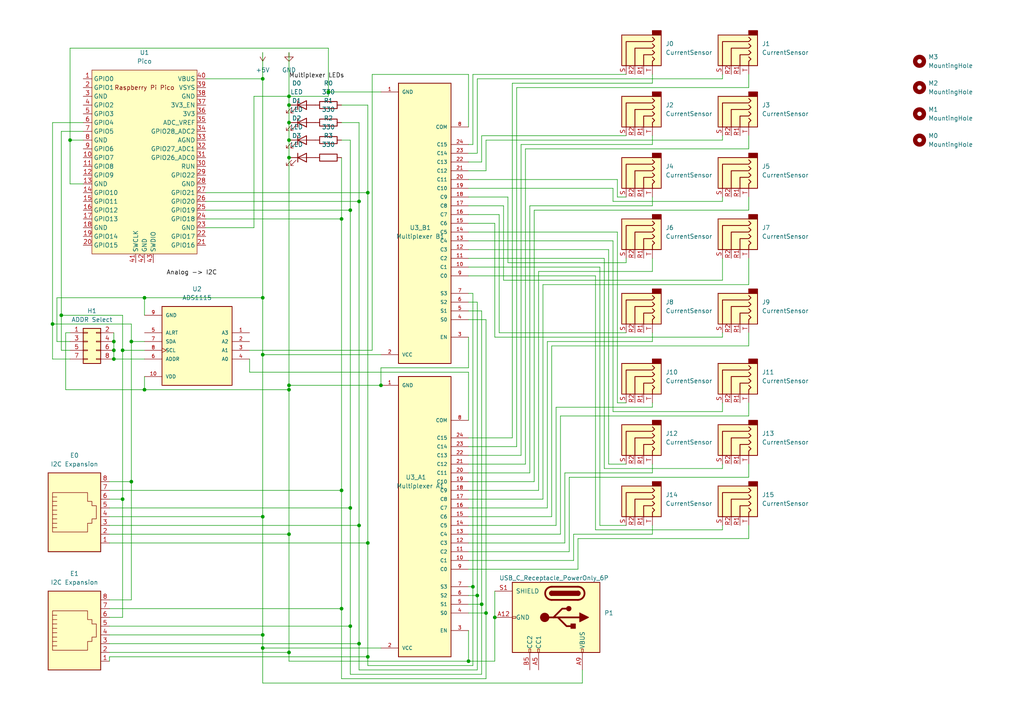
<source format=kicad_sch>
(kicad_sch (version 20211123) (generator eeschema)
  (paper "A4")
  (lib_symbols
    (symbol "1085_ADAFRUIT_ADS1115:1085" (pin_names (offset 1.016))
      (property "Reference" "U" (at -10.16 10.795 0))
      (property "Value" "1085" (at -10.16 -15.24 0))
      (symbol "1085_0_0"
        (rectangle (start -10.16 -12.7) (end 10.16 10.16) (stroke (width 0.254)) (fill (type background)))
        (pin input line (at -15.24 -5.08 0) (length 5.08) (name "A3") (number "1"))
        (pin power_in line (at 15.24 7.62 180) (length 5.08) (name "VDD") (number "10"))
        (pin input line (at -15.24 -2.54 0) (length 5.08) (name "A2") (number "2"))
        (pin input line (at -15.24 0 0) (length 5.08) (name "A1") (number "3"))
        (pin input line (at -15.24 2.54 0) (length 5.08) (name "A0") (number "4"))
        (pin output line (at 15.24 -5.08 180) (length 5.08) (name "ALRT") (number "5"))
        (pin input line (at 15.24 2.54 180) (length 5.08) (name "ADDR") (number "6"))
        (pin bidirectional line (at 15.24 -2.54 180) (length 5.08) (name "SDA") (number "7"))
        (pin input clock (at 15.24 0 180) (length 5.08) (name "SCL") (number "8"))
        (pin power_in line (at 15.24 -10.16 180) (length 5.08) (name "GND") (number "9"))
      )
    )
    (symbol "BOB-09056:BOB-09056" (pin_names (offset 1.016))
      (property "Reference" "TB" (at -7.62 40.64 0))
      (property "Value" "BOB-09056" (at -7.62 -43.18 0))
      (symbol "BOB-09056_0_0"
        (rectangle (start -7.62 -40.64) (end 7.62 40.64) (stroke (width 0.254)) (fill (type background)))
        (pin power_in line (at 12.7 -38.1 180) (length 5.08) (name "GND") (number "1"))
        (pin input line (at -12.7 12.7 0) (length 5.08) (name "C1") (number "10"))
        (pin input line (at -12.7 10.16 0) (length 5.08) (name "C2") (number "11"))
        (pin input line (at -12.7 7.62 0) (length 5.08) (name "C3") (number "12"))
        (pin input line (at -12.7 5.08 0) (length 5.08) (name "C4") (number "13"))
        (pin input line (at -12.7 2.54 0) (length 5.08) (name "C5") (number "14"))
        (pin input line (at -12.7 0 0) (length 5.08) (name "C6") (number "15"))
        (pin input line (at -12.7 -2.54 0) (length 5.08) (name "C7") (number "16"))
        (pin input line (at -12.7 -5.08 0) (length 5.08) (name "C8") (number "17"))
        (pin input line (at -12.7 -7.62 0) (length 5.08) (name "C9") (number "18"))
        (pin input line (at -12.7 -10.16 0) (length 5.08) (name "C10") (number "19"))
        (pin power_in line (at 12.7 38.1 180) (length 5.08) (name "VCC") (number "2"))
        (pin input line (at -12.7 -12.7 0) (length 5.08) (name "C11") (number "20"))
        (pin input line (at -12.7 -15.24 0) (length 5.08) (name "C12") (number "21"))
        (pin input line (at -12.7 -17.78 0) (length 5.08) (name "C13") (number "22"))
        (pin input line (at -12.7 -20.32 0) (length 5.08) (name "C14") (number "23"))
        (pin input line (at -12.7 -22.86 0) (length 5.08) (name "C15") (number "24"))
        (pin input line (at -12.7 33.02 0) (length 5.08) (name "EN") (number "3"))
        (pin input line (at -12.7 27.94 0) (length 5.08) (name "S0") (number "4"))
        (pin input line (at -12.7 25.4 0) (length 5.08) (name "S1") (number "5"))
        (pin input line (at -12.7 22.86 0) (length 5.08) (name "S2") (number "6"))
        (pin input line (at -12.7 20.32 0) (length 5.08) (name "S3") (number "7"))
        (pin bidirectional line (at -12.7 -27.94 0) (length 5.08) (name "COM") (number "8"))
        (pin input line (at -12.7 15.24 0) (length 5.08) (name "C0") (number "9"))
      )
    )
    (symbol "Connector:8P8C" (pin_names (offset 1.016))
      (property "Reference" "J" (at -5.08 13.97 0))
      (property "Value" "8P8C" (at 2.54 13.97 0))
      (symbol "8P8C_0_1"
        (polyline (pts (xy -5.08 4.445) (xy -6.35 4.445)))
        (polyline (pts (xy -5.08 5.715) (xy -6.35 5.715)))
        (polyline (pts (xy -6.35 -3.175) (xy -5.08 -3.175) (xy -5.08 -3.175)))
        (polyline (pts (xy -6.35 -1.905) (xy -5.08 -1.905) (xy -5.08 -1.905)))
        (polyline (pts (xy -6.35 -0.635) (xy -5.08 -0.635) (xy -5.08 -0.635)))
        (polyline (pts (xy -6.35 0.635) (xy -5.08 0.635) (xy -5.08 0.635)))
        (polyline (pts (xy -6.35 1.905) (xy -5.08 1.905) (xy -5.08 1.905)))
        (polyline (pts (xy -5.08 3.175) (xy -6.35 3.175) (xy -6.35 3.175)))
        (polyline (pts (xy -6.35 -4.445) (xy -6.35 6.985) (xy 3.81 6.985) (xy 3.81 4.445) (xy 5.08 4.445) (xy 5.08 3.175) (xy 6.35 3.175) (xy 6.35 -0.635) (xy 5.08 -0.635) (xy 5.08 -1.905) (xy 3.81 -1.905) (xy 3.81 -4.445) (xy -6.35 -4.445) (xy -6.35 -4.445)))
        (rectangle (start 7.62 12.7) (end -7.62 -10.16) (stroke (width 0.254)) (fill (type background)))
      )
      (symbol "8P8C_1_1"
        (pin passive line (at 10.16 -7.62 180) (length 2.54) (name "~") (number "1"))
        (pin passive line (at 10.16 -5.08 180) (length 2.54) (name "~") (number "2"))
        (pin passive line (at 10.16 -2.54 180) (length 2.54) (name "~") (number "3"))
        (pin passive line (at 10.16 0 180) (length 2.54) (name "~") (number "4"))
        (pin passive line (at 10.16 2.54 180) (length 2.54) (name "~") (number "5"))
        (pin passive line (at 10.16 5.08 180) (length 2.54) (name "~") (number "6"))
        (pin passive line (at 10.16 7.62 180) (length 2.54) (name "~") (number "7"))
        (pin passive line (at 10.16 10.16 180) (length 2.54) (name "~") (number "8"))
      )
    )
    (symbol "Connector:AudioJack4"
      (property "Reference" "J" (at 0 8.89 0))
      (property "Value" "AudioJack4" (at 0 6.35 0))
      (symbol "AudioJack4_0_1"
        (rectangle (start -6.35 -5.08) (end -7.62 -7.62) (stroke (width 0.254)) (fill (type outline)))
        (polyline (pts (xy 0 -5.08) (xy 0.635 -5.715) (xy 1.27 -5.08) (xy 2.54 -5.08)) (stroke (width 0.254)))
        (polyline (pts (xy -5.715 -5.08) (xy -5.08 -5.715) (xy -4.445 -5.08) (xy -4.445 2.54) (xy 2.54 2.54)) (stroke (width 0.254)))
        (polyline (pts (xy -1.905 -5.08) (xy -1.27 -5.715) (xy -0.635 -5.08) (xy -0.635 -2.54) (xy 2.54 -2.54)) (stroke (width 0.254)))
        (polyline (pts (xy 2.54 0) (xy -2.54 0) (xy -2.54 -5.08) (xy -3.175 -5.715) (xy -3.81 -5.08)) (stroke (width 0.254)))
        (rectangle (start 2.54 3.81) (end -6.35 -7.62) (stroke (width 0.254)) (fill (type background)))
      )
      (symbol "AudioJack4_1_1"
        (pin passive line (at 5.08 -2.54 180) (length 2.54) (name "~") (number "R1"))
        (pin passive line (at 5.08 0 180) (length 2.54) (name "~") (number "R2"))
        (pin passive line (at 5.08 2.54 180) (length 2.54) (name "~") (number "S"))
        (pin passive line (at 5.08 -5.08 180) (length 2.54) (name "~") (number "T"))
      )
    )
    (symbol "Connector:USB_C_Receptacle_PowerOnly_6P" (pin_names (offset 1.016))
      (property "Reference" "J" (at 0 16.51 0))
      (property "Value" "USB_C_Receptacle_PowerOnly_6P" (at 0 13.97 0))
      (symbol "USB_C_Receptacle_PowerOnly_6P_0_0"
        (rectangle (start -0.254 -12.7) (end 0.254 -11.684))
        (rectangle (start 10.16 -7.366) (end 9.144 -7.874))
        (rectangle (start 10.16 -4.826) (end 9.144 -5.334))
        (rectangle (start 10.16 7.874) (end 9.144 7.366))
      )
      (symbol "USB_C_Receptacle_PowerOnly_6P_0_1"
        (rectangle (start -10.16 12.7) (end 10.16 -12.7) (stroke (width 0.254)) (fill (type background)))
        (arc (start -8.89 -1.27) (mid -6.985 -3.175) (end -5.08 -1.27) (stroke (width 0.508)))
        (arc (start -7.62 -1.27) (mid -6.985 -1.905) (end -6.35 -1.27) (stroke (width 0.254)))
        (arc (start -7.62 -1.27) (mid -6.985 -1.905) (end -6.35 -1.27) (stroke (width 0.254)) (fill (type outline)))
        (rectangle (start -7.62 -1.27) (end -6.35 6.35) (stroke (width 0.254)) (fill (type outline)))
        (arc (start -6.35 6.35) (mid -6.985 6.985) (end -7.62 6.35) (stroke (width 0.254)))
        (arc (start -6.35 6.35) (mid -6.985 6.985) (end -7.62 6.35) (stroke (width 0.254)) (fill (type outline)))
        (arc (start -5.08 6.35) (mid -6.985 8.255) (end -8.89 6.35) (stroke (width 0.508)))
        (circle (center -2.54 3.683) (radius 0.635) (stroke (width 0.254)) (fill (type outline)))
        (circle (center 0 -3.302) (radius 1.27) (fill (type outline)))
        (polyline (pts (xy -8.89 -1.27) (xy -8.89 6.35)) (stroke (width 0.508)))
        (polyline (pts (xy -5.08 6.35) (xy -5.08 -1.27)) (stroke (width 0.508)))
        (polyline (pts (xy 0 -3.302) (xy 0 6.858)) (stroke (width 0.508)))
        (polyline (pts (xy 0 -0.762) (xy -2.54 1.778) (xy -2.54 3.048)) (stroke (width 0.508)))
        (polyline (pts (xy 0 0.508) (xy 2.54 3.048) (xy 2.54 4.318)) (stroke (width 0.508)))
        (polyline (pts (xy -1.27 6.858) (xy 0 9.398) (xy 1.27 6.858) (xy -1.27 6.858)) (stroke (width 0.254)) (fill (type outline)))
        (rectangle (start 1.905 4.318) (end 3.175 5.588) (stroke (width 0.254)) (fill (type outline)))
      )
      (symbol "USB_C_Receptacle_PowerOnly_6P_1_1"
        (pin passive line (at 0 -17.78 90) (length 5.08) (name "GND") (number "A12"))
        (pin bidirectional line (at 15.24 -5.08 180) (length 5.08) (name "CC1") (number "A5"))
        (pin passive line (at 15.24 7.62 180) (length 5.08) (name "VBUS") (number "A9"))
        (pin passive line (at 0 -17.78 90) (length 5.08) hide (name "GND") (number "B12"))
        (pin bidirectional line (at 15.24 -7.62 180) (length 5.08) (name "CC2") (number "B5"))
        (pin passive line (at 15.24 7.62 180) (length 5.08) hide (name "VBUS") (number "B9"))
        (pin passive line (at -7.62 -17.78 90) (length 5.08) (name "SHIELD") (number "S1"))
      )
    )
    (symbol "Connector_Generic:Conn_02x04_Odd_Even" (pin_names (offset 1.016) hide)
      (property "Reference" "J" (at 1.27 5.08 0))
      (property "Value" "Conn_02x04_Odd_Even" (at 1.27 -7.62 0))
      (symbol "Conn_02x04_Odd_Even_1_1"
        (rectangle (start -1.27 -4.953) (end 0 -5.207) (stroke (width 0.1524)))
        (rectangle (start -1.27 -2.413) (end 0 -2.667) (stroke (width 0.1524)))
        (rectangle (start -1.27 0.127) (end 0 -0.127) (stroke (width 0.1524)))
        (rectangle (start -1.27 2.667) (end 0 2.413) (stroke (width 0.1524)))
        (rectangle (start -1.27 3.81) (end 3.81 -6.35) (stroke (width 0.254)) (fill (type background)))
        (rectangle (start 3.81 -4.953) (end 2.54 -5.207) (stroke (width 0.1524)))
        (rectangle (start 3.81 -2.413) (end 2.54 -2.667) (stroke (width 0.1524)))
        (rectangle (start 3.81 0.127) (end 2.54 -0.127) (stroke (width 0.1524)))
        (rectangle (start 3.81 2.667) (end 2.54 2.413) (stroke (width 0.1524)))
        (pin passive line (at -5.08 2.54 0) (length 3.81) (name "Pin_1") (number "1"))
        (pin passive line (at 7.62 2.54 180) (length 3.81) (name "Pin_2") (number "2"))
        (pin passive line (at -5.08 0 0) (length 3.81) (name "Pin_3") (number "3"))
        (pin passive line (at 7.62 0 180) (length 3.81) (name "Pin_4") (number "4"))
        (pin passive line (at -5.08 -2.54 0) (length 3.81) (name "Pin_5") (number "5"))
        (pin passive line (at 7.62 -2.54 180) (length 3.81) (name "Pin_6") (number "6"))
        (pin passive line (at -5.08 -5.08 0) (length 3.81) (name "Pin_7") (number "7"))
        (pin passive line (at 7.62 -5.08 180) (length 3.81) (name "Pin_8") (number "8"))
      )
    )
    (symbol "Device:LED" (pin_numbers hide) (pin_names (offset 1.016) hide)
      (property "Reference" "D" (at 0 2.54 0))
      (property "Value" "LED" (at 0 -2.54 0))
      (symbol "LED_0_1"
        (polyline (pts (xy -1.27 -1.27) (xy -1.27 1.27)) (stroke (width 0.254)))
        (polyline (pts (xy -1.27 0) (xy 1.27 0)))
        (polyline (pts (xy 1.27 -1.27) (xy 1.27 1.27) (xy -1.27 0) (xy 1.27 -1.27)) (stroke (width 0.254)))
        (polyline (pts (xy -3.048 -0.762) (xy -4.572 -2.286) (xy -3.81 -2.286) (xy -4.572 -2.286) (xy -4.572 -1.524)))
        (polyline (pts (xy -1.778 -0.762) (xy -3.302 -2.286) (xy -2.54 -2.286) (xy -3.302 -2.286) (xy -3.302 -1.524)))
      )
      (symbol "LED_1_1"
        (pin passive line (at -3.81 0 0) (length 2.54) (name "K") (number "1"))
        (pin passive line (at 3.81 0 180) (length 2.54) (name "A") (number "2"))
      )
    )
    (symbol "Device:R" (pin_numbers hide) (pin_names (offset 0))
      (property "Reference" "R" (at 2.032 0 90))
      (property "Value" "R" (at 0 0 90))
      (symbol "R_0_1"
        (rectangle (start -1.016 -2.54) (end 1.016 2.54) (stroke (width 0.254)))
      )
      (symbol "R_1_1"
        (pin passive line (at 0 3.81 270) (length 1.27) (name "~") (number "1"))
        (pin passive line (at 0 -3.81 90) (length 1.27) (name "~") (number "2"))
      )
    )
    (symbol "MCU_RaspberryPi_and_Boards:Pico"
      (property "Reference" "U" (at -13.97 27.94 0))
      (property "Value" "Pico" (at 0 19.05 0))
      (symbol "Pico_0_0"
        (text "Raspberry Pi Pico" (at 0 21.59 0) (effects (font (size 1.27 1.27))))
      )
      (symbol "Pico_0_1"
        (rectangle (start -15.24 26.67) (end 15.24 -26.67) (fill (type background)))
      )
      (symbol "Pico_1_1"
        (pin bidirectional line (at -17.78 24.13 0) (length 2.54) (name "GPIO0") (number "1"))
        (pin bidirectional line (at -17.78 1.27 0) (length 2.54) (name "GPIO7") (number "10"))
        (pin bidirectional line (at -17.78 -1.27 0) (length 2.54) (name "GPIO8") (number "11"))
        (pin bidirectional line (at -17.78 -3.81 0) (length 2.54) (name "GPIO9") (number "12"))
        (pin power_in line (at -17.78 -6.35 0) (length 2.54) (name "GND") (number "13"))
        (pin bidirectional line (at -17.78 -8.89 0) (length 2.54) (name "GPIO10") (number "14"))
        (pin bidirectional line (at -17.78 -11.43 0) (length 2.54) (name "GPIO11") (number "15"))
        (pin bidirectional line (at -17.78 -13.97 0) (length 2.54) (name "GPIO12") (number "16"))
        (pin bidirectional line (at -17.78 -16.51 0) (length 2.54) (name "GPIO13") (number "17"))
        (pin power_in line (at -17.78 -19.05 0) (length 2.54) (name "GND") (number "18"))
        (pin bidirectional line (at -17.78 -21.59 0) (length 2.54) (name "GPIO14") (number "19"))
        (pin bidirectional line (at -17.78 21.59 0) (length 2.54) (name "GPIO1") (number "2"))
        (pin bidirectional line (at -17.78 -24.13 0) (length 2.54) (name "GPIO15") (number "20"))
        (pin bidirectional line (at 17.78 -24.13 180) (length 2.54) (name "GPIO16") (number "21"))
        (pin bidirectional line (at 17.78 -21.59 180) (length 2.54) (name "GPIO17") (number "22"))
        (pin power_in line (at 17.78 -19.05 180) (length 2.54) (name "GND") (number "23"))
        (pin bidirectional line (at 17.78 -16.51 180) (length 2.54) (name "GPIO18") (number "24"))
        (pin bidirectional line (at 17.78 -13.97 180) (length 2.54) (name "GPIO19") (number "25"))
        (pin bidirectional line (at 17.78 -11.43 180) (length 2.54) (name "GPIO20") (number "26"))
        (pin bidirectional line (at 17.78 -8.89 180) (length 2.54) (name "GPIO21") (number "27"))
        (pin power_in line (at 17.78 -6.35 180) (length 2.54) (name "GND") (number "28"))
        (pin bidirectional line (at 17.78 -3.81 180) (length 2.54) (name "GPIO22") (number "29"))
        (pin power_in line (at -17.78 19.05 0) (length 2.54) (name "GND") (number "3"))
        (pin input line (at 17.78 -1.27 180) (length 2.54) (name "RUN") (number "30"))
        (pin bidirectional line (at 17.78 1.27 180) (length 2.54) (name "GPIO26_ADC0") (number "31"))
        (pin bidirectional line (at 17.78 3.81 180) (length 2.54) (name "GPIO27_ADC1") (number "32"))
        (pin power_in line (at 17.78 6.35 180) (length 2.54) (name "AGND") (number "33"))
        (pin bidirectional line (at 17.78 8.89 180) (length 2.54) (name "GPIO28_ADC2") (number "34"))
        (pin power_in line (at 17.78 11.43 180) (length 2.54) (name "ADC_VREF") (number "35"))
        (pin power_in line (at 17.78 13.97 180) (length 2.54) (name "3V3") (number "36"))
        (pin input line (at 17.78 16.51 180) (length 2.54) (name "3V3_EN") (number "37"))
        (pin bidirectional line (at 17.78 19.05 180) (length 2.54) (name "GND") (number "38"))
        (pin power_in line (at 17.78 21.59 180) (length 2.54) (name "VSYS") (number "39"))
        (pin bidirectional line (at -17.78 16.51 0) (length 2.54) (name "GPIO2") (number "4"))
        (pin power_in line (at 17.78 24.13 180) (length 2.54) (name "VBUS") (number "40"))
        (pin input line (at -2.54 -29.21 90) (length 2.54) (name "SWCLK") (number "41"))
        (pin power_in line (at 0 -29.21 90) (length 2.54) (name "GND") (number "42"))
        (pin bidirectional line (at 2.54 -29.21 90) (length 2.54) (name "SWDIO") (number "43"))
        (pin bidirectional line (at -17.78 13.97 0) (length 2.54) (name "GPIO3") (number "5"))
        (pin bidirectional line (at -17.78 11.43 0) (length 2.54) (name "GPIO4") (number "6"))
        (pin bidirectional line (at -17.78 8.89 0) (length 2.54) (name "GPIO5") (number "7"))
        (pin power_in line (at -17.78 6.35 0) (length 2.54) (name "GND") (number "8"))
        (pin bidirectional line (at -17.78 3.81 0) (length 2.54) (name "GPIO6") (number "9"))
      )
    )
    (symbol "Mechanical:MountingHole" (pin_names (offset 1.016))
      (property "Reference" "H" (at 0 5.08 0))
      (property "Value" "MountingHole" (at 0 3.175 0))
      (symbol "MountingHole_0_1"
        (circle (center 0 0) (radius 1.27) (stroke (width 1.27)))
      )
    )
    (symbol "power:+5V" (power) (pin_names (offset 0))
      (property "Value" "+5V" (at 0 3.556 0))
      (symbol "+5V_0_1"
        (polyline (pts (xy -0.762 1.27) (xy 0 2.54)))
        (polyline (pts (xy 0 0) (xy 0 2.54)))
        (polyline (pts (xy 0 2.54) (xy 0.762 1.27)))
      )
      (symbol "+5V_1_1"
        (pin power_in line (at 0 0 90) (length 0) hide (name "+5V") (number "1"))
      )
    )
    (symbol "power:GND" (power) (pin_names (offset 0))
      (property "Value" "GND" (at 0 -3.81 0))
      (symbol "GND_0_1"
        (polyline (pts (xy 0 0) (xy 0 -1.27) (xy 1.27 -1.27) (xy 0 -2.54) (xy -1.27 -1.27) (xy 0 -1.27)))
      )
      (symbol "GND_1_1"
        (pin power_in line (at 0 0 270) (length 0) hide (name "GND") (number "1"))
      )
    )
  )
  (junction (at 38.1 99.06))
  (junction (at 33.02 104.14))
  (junction (at 41.91 86.36))
  (junction (at 99.06 176.53))
  (junction (at 106.68 190.5))
  (junction (at 15.24 93.98))
  (junction (at 106.68 157.48))
  (junction (at 76.2 102.87))
  (junction (at 99.06 142.24))
  (junction (at 83.82 45.72))
  (junction (at 33.02 99.06))
  (junction (at 76.2 184.15))
  (junction (at 83.82 189.23))
  (junction (at 110.49 111.76))
  (junction (at 20.32 40.64))
  (junction (at 104.14 186.69))
  (junction (at 143.51 179.07))
  (junction (at 83.82 40.64))
  (junction (at 104.14 58.42))
  (junction (at 135.89 191.77))
  (junction (at 101.6 147.32))
  (junction (at 76.2 149.86))
  (junction (at 76.2 86.36))
  (junction (at 83.82 30.48))
  (junction (at 139.7 175.26))
  (junction (at 76.2 187.96))
  (junction (at 35.56 101.6))
  (junction (at 83.82 35.56))
  (junction (at 76.2 22.86))
  (junction (at 38.1 139.7))
  (junction (at 101.6 181.61))
  (junction (at 17.78 91.44))
  (junction (at 83.82 111.76))
  (junction (at 137.16 170.18))
  (junction (at 138.43 172.72))
  (junction (at 95.25 26.67))
  (junction (at 83.82 154.94))
  (junction (at 104.14 152.4))
  (junction (at 33.02 101.6))
  (junction (at 41.91 113.03))
  (junction (at 83.82 113.03))
  (junction (at 106.68 55.88))
  (junction (at 83.82 27.94))
  (junction (at 140.97 177.8))
  (junction (at 101.6 60.96))
  (junction (at 35.56 144.78))
  (junction (at 99.06 63.5))
  (wire (pts (xy 106.68 193.04) (xy 137.16 193.04)))
  (wire (pts (xy 104.14 194.31) (xy 138.43 194.31)))
  (wire (pts (xy 135.89 177.8) (xy 140.97 177.8)))
  (wire (pts (xy 146.05 59.69) (xy 146.05 81.28)))
  (wire (pts (xy 17.78 91.44) (xy 17.78 101.6)))
  (wire (pts (xy 189.23 137.16) (xy 163.83 137.16)))
  (wire (pts (xy 99.06 142.24) (xy 99.06 176.53)))
  (wire (pts (xy 99.06 63.5) (xy 99.06 142.24)))
  (wire (pts (xy 156.21 142.24) (xy 156.21 78.74)))
  (wire (pts (xy 31.75 184.15) (xy 76.2 184.15)))
  (wire (pts (xy 217.17 60.96) (xy 154.94 60.96)))
  (wire (pts (xy 143.51 64.77) (xy 143.51 97.79)))
  (wire (pts (xy 24.13 53.34) (xy 20.32 53.34)))
  (wire (pts (xy 31.75 149.86) (xy 76.2 149.86)))
  (wire (pts (xy 135.89 46.99) (xy 139.7 46.99)))
  (wire (pts (xy 35.56 144.78) (xy 35.56 179.07)))
  (wire (pts (xy 41.91 86.36) (xy 41.91 91.44)))
  (wire (pts (xy 31.75 139.7) (xy 38.1 139.7)))
  (wire (pts (xy 139.7 46.99) (xy 139.7 39.37)))
  (wire (pts (xy 143.51 191.77) (xy 135.89 191.77)))
  (wire (pts (xy 217.17 74.93) (xy 217.17 82.55)))
  (wire (pts (xy 162.56 120.65) (xy 162.56 154.94)))
  (wire (pts (xy 31.75 179.07) (xy 35.56 179.07)))
  (wire (pts (xy 189.23 118.11) (xy 189.23 116.84)))
  (wire (pts (xy 59.69 60.96) (xy 101.6 60.96)))
  (wire (pts (xy 135.89 162.56) (xy 166.37 162.56)))
  (wire (pts (xy 149.86 129.54) (xy 135.89 129.54)))
  (wire (pts (xy 217.17 57.15) (xy 217.17 60.96)))
  (wire (pts (xy 217.17 82.55) (xy 157.48 82.55)))
  (wire (pts (xy 20.32 13.97) (xy 20.32 40.64)))
  (wire (pts (xy 76.2 102.87) (xy 110.49 102.87)))
  (wire (pts (xy 135.89 147.32) (xy 158.75 147.32)))
  (wire (pts (xy 209.55 40.64) (xy 209.55 39.37)))
  (wire (pts (xy 137.16 21.59) (xy 137.16 41.91)))
  (wire (pts (xy 31.75 142.24) (xy 99.06 142.24)))
  (wire (pts (xy 138.43 22.86) (xy 138.43 44.45)))
  (wire (pts (xy 95.25 26.67) (xy 95.25 27.94)))
  (wire (pts (xy 31.75 186.69) (xy 104.14 186.69)))
  (wire (pts (xy 140.97 92.71) (xy 140.97 177.8)))
  (wire (pts (xy 172.72 153.67) (xy 209.55 153.67)))
  (wire (pts (xy 135.89 36.83) (xy 135.89 21.59)))
  (wire (pts (xy 175.26 74.93) (xy 175.26 135.89)))
  (wire (pts (xy 76.2 22.86) (xy 76.2 86.36)))
  (wire (pts (xy 189.23 78.74) (xy 189.23 74.93)))
  (wire (pts (xy 158.75 147.32) (xy 158.75 99.06)))
  (wire (pts (xy 177.8 69.85) (xy 177.8 119.38)))
  (wire (pts (xy 83.82 27.94) (xy 83.82 15.24)))
  (wire (pts (xy 101.6 195.58) (xy 139.7 195.58)))
  (wire (pts (xy 217.17 96.52) (xy 217.17 100.33)))
  (wire (pts (xy 135.89 170.18) (xy 137.16 170.18)))
  (wire (pts (xy 209.55 57.15) (xy 209.55 58.42)))
  (wire (pts (xy 156.21 78.74) (xy 189.23 78.74)))
  (wire (pts (xy 140.97 40.64) (xy 209.55 40.64)))
  (wire (pts (xy 181.61 116.84) (xy 179.07 116.84)))
  (wire (pts (xy 138.43 172.72) (xy 138.43 194.31)))
  (wire (pts (xy 154.94 60.96) (xy 154.94 139.7)))
  (wire (pts (xy 31.75 157.48) (xy 106.68 157.48)))
  (wire (pts (xy 99.06 30.48) (xy 106.68 30.48)))
  (wire (pts (xy 101.6 60.96) (xy 101.6 147.32)))
  (wire (pts (xy 135.89 97.79) (xy 135.89 106.68)))
  (wire (pts (xy 135.89 52.07) (xy 179.07 52.07)))
  (wire (pts (xy 135.89 121.92) (xy 135.89 107.95)))
  (wire (pts (xy 161.29 118.11) (xy 189.23 118.11)))
  (wire (pts (xy 59.69 22.86) (xy 76.2 22.86)))
  (wire (pts (xy 167.64 165.1) (xy 135.89 165.1)))
  (wire (pts (xy 151.13 132.08) (xy 151.13 41.91)))
  (wire (pts (xy 38.1 139.7) (xy 38.1 173.99)))
  (wire (pts (xy 135.89 54.61) (xy 177.8 54.61)))
  (wire (pts (xy 31.75 147.32) (xy 101.6 147.32)))
  (wire (pts (xy 135.89 175.26) (xy 139.7 175.26)))
  (wire (pts (xy 176.53 134.62) (xy 181.61 134.62)))
  (wire (pts (xy 24.13 35.56) (xy 15.24 35.56)))
  (wire (pts (xy 160.02 149.86) (xy 135.89 149.86)))
  (wire (pts (xy 31.75 173.99) (xy 38.1 173.99)))
  (wire (pts (xy 17.78 91.44) (xy 17.78 38.1)))
  (wire (pts (xy 110.49 106.68) (xy 110.49 111.76)))
  (wire (pts (xy 99.06 40.64) (xy 101.6 40.64)))
  (wire (pts (xy 143.51 97.79) (xy 209.55 97.79)))
  (wire (pts (xy 189.23 59.69) (xy 189.23 57.15)))
  (wire (pts (xy 83.82 189.23) (xy 83.82 191.77)))
  (wire (pts (xy 38.1 99.06) (xy 41.91 99.06)))
  (wire (pts (xy 83.82 113.03) (xy 83.82 154.94)))
  (wire (pts (xy 209.55 22.86) (xy 138.43 22.86)))
  (wire (pts (xy 189.23 41.91) (xy 189.23 39.37)))
  (wire (pts (xy 83.82 111.76) (xy 110.49 111.76)))
  (wire (pts (xy 135.89 127) (xy 148.59 127)))
  (wire (pts (xy 163.83 137.16) (xy 163.83 157.48)))
  (wire (pts (xy 157.48 82.55) (xy 157.48 144.78)))
  (wire (pts (xy 209.55 135.89) (xy 209.55 134.62)))
  (wire (pts (xy 217.17 43.18) (xy 152.4 43.18)))
  (wire (pts (xy 189.23 134.62) (xy 189.23 137.16)))
  (wire (pts (xy 148.59 24.13) (xy 189.23 24.13)))
  (wire (pts (xy 20.32 13.97) (xy 95.25 13.97)))
  (wire (pts (xy 140.97 49.53) (xy 140.97 40.64)))
  (wire (pts (xy 38.1 93.98) (xy 38.1 99.06)))
  (wire (pts (xy 189.23 21.59) (xy 189.23 24.13)))
  (wire (pts (xy 104.14 35.56) (xy 104.14 58.42)))
  (wire (pts (xy 179.07 67.31) (xy 179.07 116.84)))
  (wire (pts (xy 83.82 191.77) (xy 135.89 191.77)))
  (wire (pts (xy 176.53 72.39) (xy 176.53 134.62)))
  (wire (pts (xy 19.05 96.52) (xy 19.05 113.03)))
  (wire (pts (xy 76.2 184.15) (xy 76.2 187.96)))
  (wire (pts (xy 217.17 25.4) (xy 149.86 25.4)))
  (wire (pts (xy 104.14 152.4) (xy 104.14 186.69)))
  (wire (pts (xy 95.25 13.97) (xy 95.25 26.67)))
  (wire (pts (xy 189.23 154.94) (xy 189.23 152.4)))
  (wire (pts (xy 179.07 52.07) (xy 179.07 57.15)))
  (wire (pts (xy 217.17 21.59) (xy 217.17 25.4)))
  (wire (pts (xy 16.51 86.36) (xy 41.91 86.36)))
  (wire (pts (xy 33.02 99.06) (xy 33.02 101.6)))
  (wire (pts (xy 31.75 191.77) (xy 31.75 190.5)))
  (wire (pts (xy 137.16 85.09) (xy 137.16 170.18)))
  (wire (pts (xy 157.48 144.78) (xy 135.89 144.78)))
  (wire (pts (xy 177.8 58.42) (xy 177.8 54.61)))
  (wire (pts (xy 110.49 26.67) (xy 95.25 26.67)))
  (wire (pts (xy 19.05 96.52) (xy 20.32 96.52)))
  (wire (pts (xy 41.91 113.03) (xy 83.82 113.03)))
  (wire (pts (xy 152.4 134.62) (xy 135.89 134.62)))
  (wire (pts (xy 16.51 99.06) (xy 20.32 99.06)))
  (wire (pts (xy 165.1 160.02) (xy 165.1 138.43)))
  (wire (pts (xy 173.99 152.4) (xy 181.61 152.4)))
  (wire (pts (xy 106.68 190.5) (xy 106.68 193.04)))
  (wire (pts (xy 104.14 58.42) (xy 104.14 152.4)))
  (wire (pts (xy 106.68 157.48) (xy 106.68 190.5)))
  (wire (pts (xy 149.86 25.4) (xy 149.86 129.54)))
  (wire (pts (xy 209.55 81.28) (xy 146.05 81.28)))
  (wire (pts (xy 135.89 62.23) (xy 144.78 62.23)))
  (wire (pts (xy 15.24 93.98) (xy 38.1 93.98)))
  (wire (pts (xy 168.91 198.12) (xy 76.2 198.12)))
  (wire (pts (xy 139.7 39.37) (xy 181.61 39.37)))
  (wire (pts (xy 83.82 27.94) (xy 83.82 30.48)))
  (wire (pts (xy 137.16 170.18) (xy 137.16 193.04)))
  (wire (pts (xy 137.16 85.09) (xy 135.89 85.09)))
  (wire (pts (xy 172.72 80.01) (xy 172.72 153.67)))
  (wire (pts (xy 165.1 138.43) (xy 217.17 138.43)))
  (wire (pts (xy 17.78 91.44) (xy 35.56 91.44)))
  (wire (pts (xy 35.56 101.6) (xy 35.56 144.78)))
  (wire (pts (xy 20.32 40.64) (xy 20.32 53.34)))
  (wire (pts (xy 83.82 154.94) (xy 83.82 189.23)))
  (wire (pts (xy 76.2 187.96) (xy 110.49 187.96)))
  (wire (pts (xy 16.51 86.36) (xy 16.51 99.06)))
  (wire (pts (xy 160.02 100.33) (xy 160.02 149.86)))
  (wire (pts (xy 135.89 106.68) (xy 110.49 106.68)))
  (wire (pts (xy 209.55 74.93) (xy 209.55 81.28)))
  (wire (pts (xy 143.51 171.45) (xy 143.51 179.07)))
  (wire (pts (xy 59.69 55.88) (xy 106.68 55.88)))
  (wire (pts (xy 76.2 86.36) (xy 76.2 102.87)))
  (wire (pts (xy 161.29 118.11) (xy 161.29 152.4)))
  (wire (pts (xy 72.39 107.95) (xy 72.39 104.14)))
  (wire (pts (xy 217.17 100.33) (xy 160.02 100.33)))
  (wire (pts (xy 135.89 21.59) (xy 107.95 21.59)))
  (wire (pts (xy 151.13 41.91) (xy 189.23 41.91)))
  (wire (pts (xy 33.02 96.52) (xy 33.02 99.06)))
  (wire (pts (xy 217.17 152.4) (xy 217.17 156.21)))
  (wire (pts (xy 76.2 102.87) (xy 76.2 149.86)))
  (wire (pts (xy 135.89 92.71) (xy 140.97 92.71)))
  (wire (pts (xy 107.95 101.6) (xy 72.39 101.6)))
  (wire (pts (xy 31.75 152.4) (xy 104.14 152.4)))
  (wire (pts (xy 135.89 172.72) (xy 138.43 172.72)))
  (wire (pts (xy 166.37 154.94) (xy 189.23 154.94)))
  (wire (pts (xy 83.82 111.76) (xy 83.82 113.03)))
  (wire (pts (xy 76.2 15.24) (xy 76.2 22.86)))
  (wire (pts (xy 143.51 179.07) (xy 143.51 191.77)))
  (wire (pts (xy 181.61 21.59) (xy 137.16 21.59)))
  (wire (pts (xy 76.2 187.96) (xy 76.2 198.12)))
  (wire (pts (xy 152.4 43.18) (xy 152.4 134.62)))
  (wire (pts (xy 167.64 156.21) (xy 167.64 165.1)))
  (wire (pts (xy 107.95 21.59) (xy 107.95 101.6)))
  (wire (pts (xy 35.56 101.6) (xy 41.91 101.6)))
  (wire (pts (xy 135.89 59.69) (xy 146.05 59.69)))
  (wire (pts (xy 101.6 181.61) (xy 101.6 195.58)))
  (wire (pts (xy 15.24 35.56) (xy 15.24 93.98)))
  (wire (pts (xy 41.91 109.22) (xy 41.91 113.03)))
  (wire (pts (xy 217.17 116.84) (xy 217.17 120.65)))
  (wire (pts (xy 147.32 57.15) (xy 147.32 76.2)))
  (wire (pts (xy 148.59 127) (xy 148.59 24.13)))
  (wire (pts (xy 17.78 101.6) (xy 20.32 101.6)))
  (wire (pts (xy 31.75 181.61) (xy 101.6 181.61)))
  (wire (pts (xy 217.17 156.21) (xy 167.64 156.21)))
  (wire (pts (xy 163.83 157.48) (xy 135.89 157.48)))
  (wire (pts (xy 59.69 63.5) (xy 99.06 63.5)))
  (wire (pts (xy 41.91 86.36) (xy 76.2 86.36)))
  (wire (pts (xy 99.06 45.72) (xy 99.06 63.5)))
  (wire (pts (xy 31.75 176.53) (xy 99.06 176.53)))
  (wire (pts (xy 138.43 87.63) (xy 135.89 87.63)))
  (wire (pts (xy 175.26 74.93) (xy 135.89 74.93)))
  (wire (pts (xy 176.53 72.39) (xy 135.89 72.39)))
  (wire (pts (xy 59.69 58.42) (xy 104.14 58.42)))
  (wire (pts (xy 106.68 30.48) (xy 106.68 55.88)))
  (wire (pts (xy 17.78 38.1) (xy 24.13 38.1)))
  (wire (pts (xy 31.75 154.94) (xy 83.82 154.94)))
  (wire (pts (xy 15.24 93.98) (xy 15.24 104.14)))
  (wire (pts (xy 177.8 69.85) (xy 135.89 69.85)))
  (wire (pts (xy 135.89 142.24) (xy 156.21 142.24)))
  (wire (pts (xy 153.67 137.16) (xy 153.67 59.69)))
  (wire (pts (xy 162.56 154.94) (xy 135.89 154.94)))
  (wire (pts (xy 209.55 58.42) (xy 177.8 58.42)))
  (wire (pts (xy 135.89 64.77) (xy 143.51 64.77)))
  (wire (pts (xy 162.56 120.65) (xy 217.17 120.65)))
  (wire (pts (xy 144.78 96.52) (xy 181.61 96.52)))
  (wire (pts (xy 217.17 138.43) (xy 217.17 134.62)))
  (wire (pts (xy 209.55 116.84) (xy 209.55 119.38)))
  (wire (pts (xy 76.2 149.86) (xy 76.2 184.15)))
  (wire (pts (xy 73.66 27.94) (xy 83.82 27.94)))
  (wire (pts (xy 144.78 62.23) (xy 144.78 96.52)))
  (wire (pts (xy 31.75 190.5) (xy 106.68 190.5)))
  (wire (pts (xy 209.55 119.38) (xy 177.8 119.38)))
  (wire (pts (xy 139.7 90.17) (xy 139.7 175.26)))
  (wire (pts (xy 138.43 44.45) (xy 135.89 44.45)))
  (wire (pts (xy 189.23 99.06) (xy 189.23 96.52)))
  (wire (pts (xy 166.37 162.56) (xy 166.37 154.94)))
  (wire (pts (xy 135.89 90.17) (xy 139.7 90.17)))
  (wire (pts (xy 59.69 66.04) (xy 73.66 66.04)))
  (wire (pts (xy 31.75 189.23) (xy 83.82 189.23)))
  (wire (pts (xy 209.55 153.67) (xy 209.55 152.4)))
  (wire (pts (xy 101.6 40.64) (xy 101.6 60.96)))
  (wire (pts (xy 217.17 39.37) (xy 217.17 43.18)))
  (wire (pts (xy 38.1 99.06) (xy 38.1 139.7)))
  (wire (pts (xy 209.55 21.59) (xy 209.55 22.86)))
  (wire (pts (xy 135.89 57.15) (xy 147.32 57.15)))
  (wire (pts (xy 135.89 49.53) (xy 140.97 49.53)))
  (wire (pts (xy 83.82 30.48) (xy 83.82 35.56)))
  (wire (pts (xy 135.89 132.08) (xy 151.13 132.08)))
  (wire (pts (xy 135.89 182.88) (xy 135.89 191.77)))
  (wire (pts (xy 15.24 104.14) (xy 20.32 104.14)))
  (wire (pts (xy 33.02 104.14) (xy 41.91 104.14)))
  (wire (pts (xy 179.07 57.15) (xy 181.61 57.15)))
  (wire (pts (xy 83.82 45.72) (xy 83.82 111.76)))
  (wire (pts (xy 72.39 107.95) (xy 135.89 107.95)))
  (wire (pts (xy 158.75 99.06) (xy 189.23 99.06)))
  (wire (pts (xy 35.56 91.44) (xy 35.56 101.6)))
  (wire (pts (xy 179.07 67.31) (xy 135.89 67.31)))
  (wire (pts (xy 73.66 66.04) (xy 73.66 27.94)))
  (wire (pts (xy 135.89 137.16) (xy 153.67 137.16)))
  (wire (pts (xy 168.91 194.31) (xy 168.91 198.12)))
  (wire (pts (xy 139.7 175.26) (xy 139.7 195.58)))
  (wire (pts (xy 209.55 96.52) (xy 209.55 97.79)))
  (wire (pts (xy 173.99 77.47) (xy 173.99 152.4)))
  (wire (pts (xy 140.97 177.8) (xy 140.97 196.85)))
  (wire (pts (xy 153.67 59.69) (xy 189.23 59.69)))
  (wire (pts (xy 83.82 35.56) (xy 83.82 40.64)))
  (wire (pts (xy 175.26 135.89) (xy 209.55 135.89)))
  (wire (pts (xy 135.89 152.4) (xy 161.29 152.4)))
  (wire (pts (xy 31.75 144.78) (xy 35.56 144.78)))
  (wire (pts (xy 173.99 77.47) (xy 135.89 77.47)))
  (wire (pts (xy 33.02 101.6) (xy 33.02 104.14)))
  (wire (pts (xy 19.05 113.03) (xy 41.91 113.03)))
  (wire (pts (xy 95.25 27.94) (xy 83.82 27.94)))
  (wire (pts (xy 83.82 40.64) (xy 83.82 45.72)))
  (wire (pts (xy 101.6 147.32) (xy 101.6 181.61)))
  (wire (pts (xy 135.89 41.91) (xy 137.16 41.91)))
  (wire (pts (xy 154.94 139.7) (xy 135.89 139.7)))
  (wire (pts (xy 181.61 74.93) (xy 181.61 76.2)))
  (wire (pts (xy 99.06 176.53) (xy 99.06 196.85)))
  (wire (pts (xy 99.06 196.85) (xy 140.97 196.85)))
  (wire (pts (xy 106.68 55.88) (xy 106.68 157.48)))
  (wire (pts (xy 172.72 80.01) (xy 135.89 80.01)))
  (wire (pts (xy 138.43 87.63) (xy 138.43 172.72)))
  (wire (pts (xy 104.14 186.69) (xy 104.14 194.31)))
  (wire (pts (xy 24.13 40.64) (xy 20.32 40.64)))
  (wire (pts (xy 99.06 35.56) (xy 104.14 35.56)))
  (wire (pts (xy 135.89 160.02) (xy 165.1 160.02)))
  (wire (pts (xy 147.32 76.2) (xy 181.61 76.2)))
  (label "Multiplexer LEDs" (at 83.82 22.86 0))
  (label "Analog -> I2C" (at 48.26 80.01 0))
  (symbol (lib_id "Connector:AudioJack4") (at 184.15 34.29 90) (mirror x) (unit 1)
    (property "Reference" "J2" (at 193.04 30.4799 90) (effects (justify right)))
    (property "Value" "CurrentSensor" (at 193.04 33.0199 90) (effects (justify right)))
    (property "Footprint" "footprints:TRRS-PJ-320A" (effects hide))
  )
  (symbol (lib_id "Connector:AudioJack4") (at 212.09 147.32 90) (mirror x) (unit 1)
    (property "Reference" "J15" (at 220.98 143.5099 90) (effects (justify right)))
    (property "Value" "CurrentSensor" (at 220.98 146.0499 90) (effects (justify right)))
    (property "Footprint" "footprints:TRRS-PJ-320A" (effects hide))
  )
  (symbol (lib_id "Connector:AudioJack4") (at 212.09 129.54 90) (mirror x) (unit 1)
    (property "Reference" "J13" (at 220.98 125.7299 90) (effects (justify right)))
    (property "Value" "CurrentSensor" (at 220.98 128.2699 90) (effects (justify right)))
    (property "Footprint" "footprints:TRRS-PJ-320A" (effects hide))
  )
  (symbol (lib_id "Connector:AudioJack4") (at 184.15 129.54 90) (mirror x) (unit 1)
    (property "Reference" "J12" (at 193.04 125.7299 90) (effects (justify right)))
    (property "Value" "CurrentSensor" (at 193.04 128.2699 90) (effects (justify right)))
    (property "Footprint" "footprints:TRRS-PJ-320A" (effects hide))
  )
  (symbol (lib_id "1085_ADAFRUIT_ADS1115:1085") (at 57.15 101.6 180) (unit 1)
    (property "Reference" "U2" (at 57.15 83.82 0))
    (property "Value" "ADS1115" (at 57.15 86.36 0))
    (property "Footprint" "footprints:MODULE_1085_ADAFRUIT_ADS1115" (effects hide))
    (property "STANDARD" "Manufacturer Recommendations" (effects hide))
    (property "PARTREV" "N/A" (effects hide))
    (property "MANUFACTURER" "Adafruit" (effects hide))
    (property "MAXIMUM_PACKAGE_HEIGHT" "N/A" (effects hide))
  )
  (symbol (lib_id "MCU_RaspberryPi_and_Boards:Pico") (at 41.91 46.99 0) (unit 1)
    (property "Reference" "U1" (at 41.91 15.24 0))
    (property "Value" "Pico" (at 41.91 17.78 0))
    (property "Footprint" "MCU_RaspberryPi_and_Boards:RPi_Pico_SMD_TH" (effects hide))
  )
  (symbol (lib_id "Connector:AudioJack4") (at 184.15 16.51 90) (mirror x) (unit 1)
    (property "Reference" "J0" (at 193.04 12.6999 90) (effects (justify right)))
    (property "Value" "CurrentSensor" (at 193.04 15.2399 90) (effects (justify right)))
    (property "Footprint" "footprints:TRRS-PJ-320A" (effects hide))
  )
  (symbol (lib_id "Device:LED") (at 87.63 30.48 0) (unit 1)
    (property "Reference" "D0" (at 86.0425 24.13 0))
    (property "Value" "LED" (at 86.0425 26.67 0))
    (property "Footprint" "LED_SMD:LED_0603_1608Metric" (effects hide))
  )
  (symbol (lib_id "Device:LED") (at 87.63 40.64 0) (unit 1)
    (property "Reference" "D2" (at 86.0425 34.29 0))
    (property "Value" "LED" (at 86.0425 36.83 0))
    (property "Footprint" "LED_SMD:LED_0603_1608Metric" (effects hide))
  )
  (symbol (lib_id "BOB-09056:BOB-09056") (at 123.19 64.77 180) (unit 1)
    (property "Reference" "U3_B1" (at 121.92 66.04 0))
    (property "Value" "Multiplexer B1" (at 121.92 68.58 0))
    (property "Footprint" "XDCR_BOB-09056" (effects hide))
    (property "MAXIMUM_PACKAGE_HEIGHT" "N/A" (effects hide))
    (property "MANUFACTURER" "SparkFun Electronics" (effects hide))
    (property "PARTREV" "N/A" (effects hide))
    (property "STANDARD" "Manufacturer Recommendations" (effects hide))
  )
  (symbol (lib_id "Connector:AudioJack4") (at 184.15 91.44 90) (mirror x) (unit 1)
    (property "Reference" "J8" (at 193.04 87.6299 90) (effects (justify right)))
    (property "Value" "CurrentSensor" (at 193.04 90.1699 90) (effects (justify right)))
    (property "Footprint" "footprints:TRRS-PJ-320A" (effects hide))
  )
  (symbol (lib_id "Device:R") (at 95.25 30.48 270) (unit 1)
    (property "Reference" "R0" (at 95.25 24.13 90))
    (property "Value" "330" (at 95.25 26.67 90))
    (property "Footprint" "Resistor_SMD:R_0201_0603Metric" (effects hide))
  )
  (symbol (lib_id "Device:R") (at 95.25 45.72 270) (unit 1)
    (property "Reference" "R3" (at 95.25 39.37 90))
    (property "Value" "330" (at 95.25 41.91 90))
    (property "Footprint" "Resistor_SMD:R_0201_0603Metric" (effects hide))
  )
  (symbol (lib_id "Mechanical:MountingHole") (at 266.7 17.78 0) (unit 1)
    (property "Reference" "M3" (at 269.24 16.5099 0) (effects (justify left)))
    (property "Value" "MountingHole" (at 269.24 19.0499 0) (effects (justify left)))
    (property "Footprint" "MountingHole:MountingHole_2.1mm" (effects hide))
  )
  (symbol (lib_id "Connector:AudioJack4") (at 212.09 52.07 90) (mirror x) (unit 1)
    (property "Reference" "J5" (at 220.98 48.2599 90) (effects (justify right)))
    (property "Value" "CurrentSensor" (at 220.98 50.7999 90) (effects (justify right)))
    (property "Footprint" "footprints:TRRS-PJ-320A" (effects hide))
  )
  (symbol (lib_id "Mechanical:MountingHole") (at 266.7 33.02 0) (unit 1)
    (property "Reference" "M1" (at 269.24 31.7499 0) (effects (justify left)))
    (property "Value" "MountingHole" (at 269.24 34.2899 0) (effects (justify left)))
    (property "Footprint" "MountingHole:MountingHole_2.1mm" (effects hide))
  )
  (symbol (lib_id "BOB-09056:BOB-09056") (at 123.19 149.86 180) (unit 1)
    (property "Reference" "U3_A1" (at 120.65 138.43 0))
    (property "Value" "Multiplexer A1" (at 121.92 140.97 0))
    (property "Footprint" "XDCR_BOB-09056" (effects hide))
    (property "MAXIMUM_PACKAGE_HEIGHT" "N/A" (effects hide))
    (property "MANUFACTURER" "SparkFun Electronics" (effects hide))
    (property "PARTREV" "N/A" (effects hide))
    (property "STANDARD" "Manufacturer Recommendations" (effects hide))
  )
  (symbol (lib_id "Connector:AudioJack4") (at 212.09 111.76 90) (mirror x) (unit 1)
    (property "Reference" "J11" (at 220.98 107.9499 90) (effects (justify right)))
    (property "Value" "CurrentSensor" (at 220.98 110.4899 90) (effects (justify right)))
    (property "Footprint" "footprints:TRRS-PJ-320A" (effects hide))
  )
  (symbol (lib_id "Connector:8P8C") (at 21.59 184.15 0) (unit 1)
    (property "Reference" "E1" (at 21.59 166.37 0))
    (property "Value" "I2C Expansion" (at 21.59 168.91 0))
    (property "Footprint" "footprints:AMPHENOL_54602-908LF" (effects hide))
  )
  (symbol (lib_id "Connector:AudioJack4") (at 184.15 147.32 90) (mirror x) (unit 1)
    (property "Reference" "J14" (at 193.04 143.5099 90) (effects (justify right)))
    (property "Value" "CurrentSensor" (at 193.04 146.0499 90) (effects (justify right)))
    (property "Footprint" "footprints:TRRS-PJ-320A" (effects hide))
  )
  (symbol (lib_id "Device:R") (at 95.25 40.64 270) (unit 1)
    (property "Reference" "R2" (at 95.25 34.29 90))
    (property "Value" "330" (at 95.25 36.83 90))
    (property "Footprint" "Resistor_SMD:R_0201_0603Metric" (effects hide))
  )
  (symbol (lib_id "Device:LED") (at 87.63 35.56 0) (unit 1)
    (property "Reference" "D1" (at 86.0425 29.21 0))
    (property "Value" "LED" (at 86.0425 31.75 0))
    (property "Footprint" "LED_SMD:LED_0603_1608Metric" (effects hide))
  )
  (symbol (lib_id "Connector:AudioJack4") (at 184.15 111.76 90) (mirror x) (unit 1)
    (property "Reference" "J10" (at 193.04 107.9499 90) (effects (justify right)))
    (property "Value" "CurrentSensor" (at 193.04 110.4899 90) (effects (justify right)))
    (property "Footprint" "footprints:TRRS-PJ-320A" (effects hide))
  )
  (symbol (lib_id "power:+5V") (at 76.2 15.24 180) (unit 1)
    (property "Reference" "#PWR0102" (effects hide))
    (property "Value" "+5V" (at 76.2 20.32 0))
  )
  (symbol (lib_id "Connector:8P8C") (at 21.59 149.86 0) (unit 1)
    (property "Reference" "E0" (at 21.59 132.08 0))
    (property "Value" "I2C Expansion" (at 21.59 134.62 0))
    (property "Footprint" "footprints:AMPHENOL_54602-908LF" (effects hide))
  )
  (symbol (lib_id "Connector:USB_C_Receptacle_PowerOnly_6P") (at 161.29 179.07 270) (unit 1)
    (property "Reference" "P1" (at 175.26 177.7999 90) (effects (justify left)))
    (property "Value" "USB_C_Receptacle_PowerOnly_6P" (at 144.78 167.64 90) (effects (justify left)))
    (property "Footprint" "footprints:USB_C_Receptacle_GCT_USB4085_with3d" (effects hide))
    (property "Datasheet" "https://www.usb.org/sites/default/files/documents/usb_type-c.zip" (effects hide))
  )
  (symbol (lib_id "power:GND") (at 83.82 15.24 0) (unit 1)
    (property "Reference" "#PWR0101" (effects hide))
    (property "Value" "GND" (at 83.82 20.32 0))
  )
  (symbol (lib_id "Connector_Generic:Conn_02x04_Odd_Even") (at 25.4 99.06 0) (unit 1)
    (property "Reference" "H1" (at 26.67 90.17 0))
    (property "Value" "ADDR Select" (at 26.67 92.71 0))
    (property "Footprint" "Connector_PinHeader_1.00mm:PinHeader_2x04_P1.00mm_Vertical" (effects hide))
  )
  (symbol (lib_id "Device:LED") (at 87.63 45.72 0) (unit 1)
    (property "Reference" "D3" (at 86.0425 39.37 0))
    (property "Value" "LED" (at 86.0425 41.91 0))
    (property "Footprint" "LED_SMD:LED_0603_1608Metric" (effects hide))
  )
  (symbol (lib_id "Mechanical:MountingHole") (at 266.7 25.4 0) (unit 1)
    (property "Reference" "M2" (at 269.24 24.1299 0) (effects (justify left)))
    (property "Value" "MountingHole" (at 269.24 26.6699 0) (effects (justify left)))
    (property "Footprint" "MountingHole:MountingHole_2.1mm" (effects hide))
  )
  (symbol (lib_id "Connector:AudioJack4") (at 184.15 52.07 90) (mirror x) (unit 1)
    (property "Reference" "J4" (at 193.04 48.2599 90) (effects (justify right)))
    (property "Value" "CurrentSensor" (at 193.04 50.7999 90) (effects (justify right)))
    (property "Footprint" "footprints:TRRS-PJ-320A" (effects hide))
  )
  (symbol (lib_id "Connector:AudioJack4") (at 212.09 69.85 90) (mirror x) (unit 1)
    (property "Reference" "J7" (at 220.98 66.0399 90) (effects (justify right)))
    (property "Value" "CurrentSensor" (at 220.98 68.5799 90) (effects (justify right)))
    (property "Footprint" "footprints:TRRS-PJ-320A" (effects hide))
  )
  (symbol (lib_id "Connector:AudioJack4") (at 212.09 16.51 90) (mirror x) (unit 1)
    (property "Reference" "J1" (at 220.98 12.6999 90) (effects (justify right)))
    (property "Value" "CurrentSensor" (at 220.98 15.2399 90) (effects (justify right)))
    (property "Footprint" "footprints:TRRS-PJ-320A" (effects hide))
  )
  (symbol (lib_id "Connector:AudioJack4") (at 212.09 91.44 90) (mirror x) (unit 1)
    (property "Reference" "J9" (at 220.98 87.6299 90) (effects (justify right)))
    (property "Value" "CurrentSensor" (at 220.98 90.1699 90) (effects (justify right)))
    (property "Footprint" "footprints:TRRS-PJ-320A" (effects hide))
  )
  (symbol (lib_id "Mechanical:MountingHole") (at 266.7 40.64 0) (unit 1)
    (property "Reference" "M0" (at 269.24 39.3699 0) (effects (justify left)))
    (property "Value" "MountingHole" (at 269.24 41.9099 0) (effects (justify left)))
    (property "Footprint" "MountingHole:MountingHole_2.1mm" (effects hide))
  )
  (symbol (lib_id "Connector:AudioJack4") (at 184.15 69.85 90) (mirror x) (unit 1)
    (property "Reference" "J6" (at 193.04 66.0399 90) (effects (justify right)))
    (property "Value" "CurrentSensor" (at 193.04 68.5799 90) (effects (justify right)))
    (property "Footprint" "footprints:TRRS-PJ-320A" (effects hide))
  )
  (symbol (lib_id "Connector:AudioJack4") (at 212.09 34.29 90) (mirror x) (unit 1)
    (property "Reference" "J3" (at 220.98 30.4799 90) (effects (justify right)))
    (property "Value" "CurrentSensor" (at 220.98 33.0199 90) (effects (justify right)))
    (property "Footprint" "footprints:TRRS-PJ-320A" (effects hide))
  )
  (symbol (lib_id "Device:R") (at 95.25 35.56 270) (unit 1)
    (property "Reference" "R1" (at 95.25 29.21 90))
    (property "Value" "330" (at 95.25 31.75 90))
    (property "Footprint" "Resistor_SMD:R_0201_0603Metric" (effects hide))
  )
)
</source>
